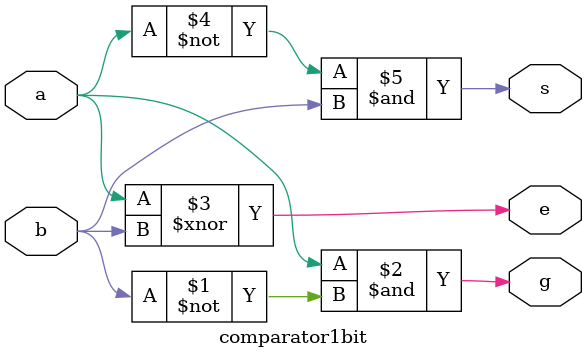
<source format=v>
`timescale 1ns / 1ps


module comparator1bit(
    input a,
    input b,
    output g,
    output e,
    output s
    );
    assign g= a & (~b);
    assign e= a ~^ b;
    assign s= (~a) & b;
    
endmodule

</source>
